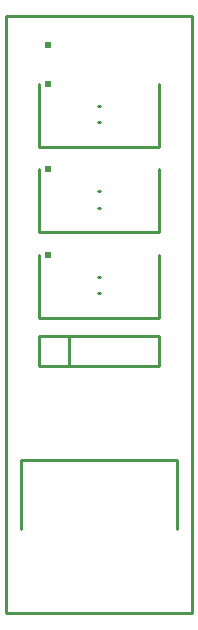
<source format=gbr>
G04 start of page 7 for group -4079 idx -4079 *
G04 Title: (unknown), topsilk *
G04 Creator: pcb 20110918 *
G04 CreationDate: Sun 03 Feb 2013 01:00:49 AM GMT UTC *
G04 For: petersen *
G04 Format: Gerber/RS-274X *
G04 PCB-Dimensions: 63000 200000 *
G04 PCB-Coordinate-Origin: lower left *
%MOIN*%
%FSLAX25Y25*%
%LNTOPSILK*%
%ADD55C,0.0100*%
%ADD54C,0.0001*%
G54D54*G36*
X15500Y191000D02*Y189000D01*
X13500D01*
Y191000D01*
X15500D01*
G37*
G36*
Y149500D02*Y147500D01*
X13500D01*
Y149500D01*
X15500D01*
G37*
G36*
Y121000D02*Y119000D01*
X13500D01*
Y121000D01*
X15500D01*
G37*
G36*
Y178000D02*Y176000D01*
X13500D01*
Y178000D01*
X15500D01*
G37*
G54D55*X500Y199500D02*X62500D01*
Y500D01*
X500D01*
Y199500D01*
X11500Y156000D02*X51500D01*
Y177000D02*Y156000D01*
X11500Y177000D02*Y156000D01*
X31107Y164245D02*X31893D01*
X31107Y169755D02*X31893D01*
X5500Y51800D02*X57500D01*
X5500D02*Y28500D01*
X57500Y51800D02*Y28500D01*
X11500Y93000D02*X21500D01*
Y83000D01*
X11500Y93000D02*Y83000D01*
Y93000D02*X51500D01*
Y83000D01*
X11500D02*X51500D01*
X11500Y99000D02*X51500D01*
Y120000D02*Y99000D01*
X11500Y120000D02*Y99000D01*
Y127500D02*X51500D01*
Y148500D02*Y127500D01*
X11500Y148500D02*Y127500D01*
X31107Y135745D02*X31893D01*
X31107Y141255D02*X31893D01*
X31107Y107245D02*X31893D01*
X31107Y112755D02*X31893D01*
M02*

</source>
